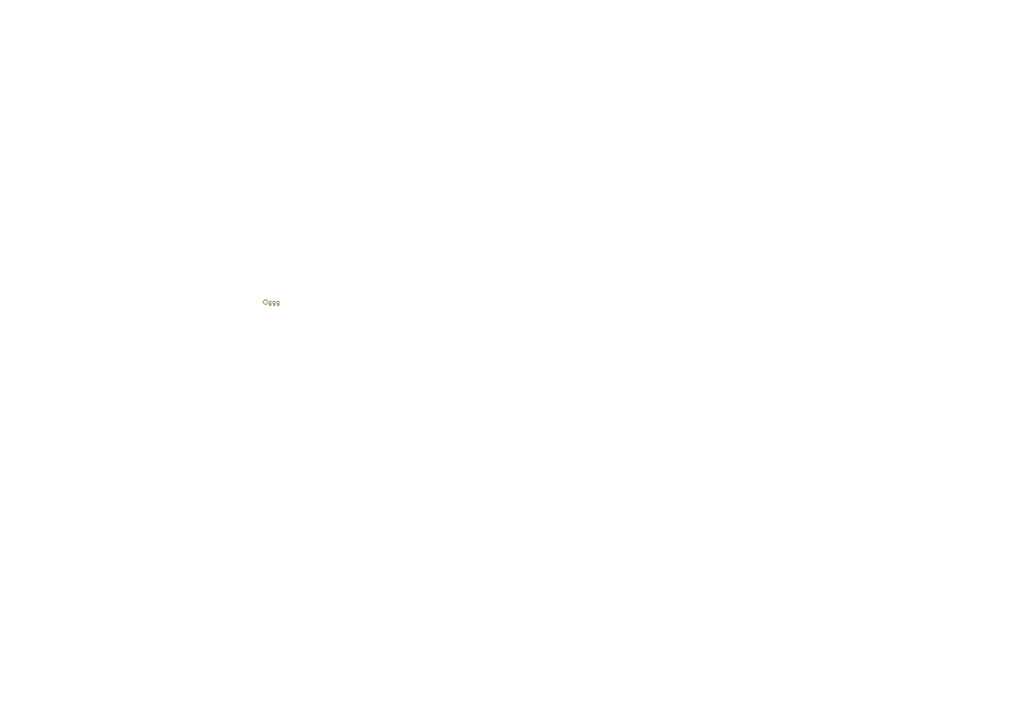
<source format=kicad_sch>
(kicad_sch
	(version 20250114)
	(generator "eeschema")
	(generator_version "9.0")
	(uuid "e632b332-4b29-4e42-906f-5ecc2fab525e")
	(paper "A4")
	(lib_symbols)
	(hierarchical_label "ggg"
		(shape input)
		(at 76.2 87.63 0)
		(effects
			(font
				(size 1.27 1.27)
			)
			(justify left)
		)
		(uuid "5ce3b126-8e9b-4451-a63d-0859dc0fb447")
	)
)

</source>
